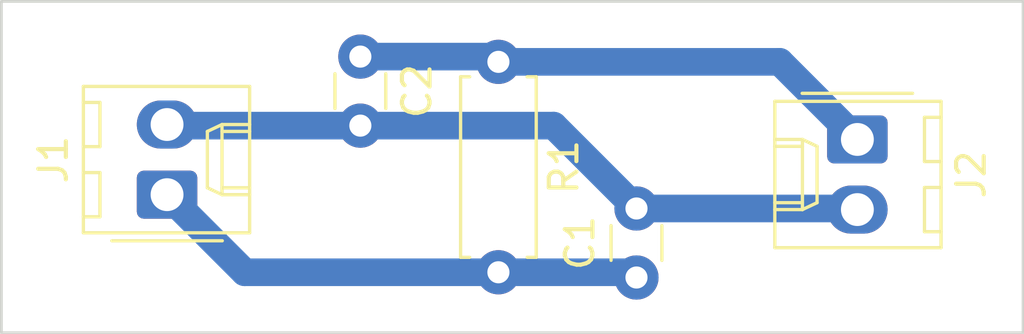
<source format=kicad_pcb>
(kicad_pcb (version 20211014) (generator pcbnew)
  (title_block (title "Filter A"))
  (layers (0 "F.Cu" signal) (31 "B.Cu" signal) (34 "B.Paste" user) (35 "F.Paste" user) (36 "B.SilkS" user "B.Silkscreen") (37 "F.SilkS" user "F.Silkscreen") (38 "B.Mask" user) (39 "F.Mask" user) (44 "Edge.Cuts" user))
  (net 0 "")
  (net 1 "GND")
  (net 2 "/Filter A/IN")
  (net 3 "/Filter A/OUT")
  (footprint "Capacitor_THT:C_Disc_D3.0mm_W1.6mm_P2.50mm" (layer "F.Cu") (at 113 80 90)
    (fp_text reference "C1" (at 1.25 -2.05 90) (layer "F.SilkS"))
    (fp_text value "100nF")
    (fp_line (start 0.621 -0.92) (end 1.879 -0.92) (layer "F.SilkS") (width 0.12))
    (fp_line (start 0.621 0.92) (end 1.879 0.92) (layer "F.SilkS") (width 0.12))
    (pad "1" thru_hole circle (at 0 0 90) (size 1.6 1.6) (drill 0.8) (layers *.Cu *.Mask) (net 2 "/Filter A/IN"))
    (pad "2" thru_hole circle (at 2.5 0 90) (size 1.6 1.6) (drill 0.8) (layers *.Cu *.Mask) (net 1 "GND"))
  )
  (footprint "Connector_Molex:Molex_KK-254_AE-6410-02A_1x02_P2.54mm_Vertical" (layer "F.Cu") (at 96 77 90)
    (fp_text reference "J1" (at 1.27 -4.12 90) (layer "F.SilkS"))
    (fp_text value "In")
    (fp_line (start 0.8 -2.43) (end 0.8 -3.03) (layer "F.SilkS") (width 0.12))
    (fp_line (start 3.92 -3.03) (end -1.38 -3.03) (layer "F.SilkS") (width 0.12))
    (fp_line (start 2.29 1.46) (end 2.54 1.99) (layer "F.SilkS") (width 0.12))
    (fp_line (start 1.74 -3.03) (end 1.74 -2.43) (layer "F.SilkS") (width 0.12))
    (fp_line (start 0 2.99) (end 0 1.99) (layer "F.SilkS") (width 0.12))
    (fp_line (start 2.29 2.99) (end 2.29 1.99) (layer "F.SilkS") (width 0.12))
    (fp_line (start 3.92 2.99) (end 3.92 -3.03) (layer "F.SilkS") (width 0.12))
    (fp_line (start 1.74 -2.43) (end 3.34 -2.43) (layer "F.SilkS") (width 0.12))
    (fp_line (start 0.25 1.46) (end 2.29 1.46) (layer "F.SilkS") (width 0.12))
    (fp_line (start -0.8 -2.43) (end 0.8 -2.43) (layer "F.SilkS") (width 0.12))
    (fp_line (start 3.34 -2.43) (end 3.34 -3.03) (layer "F.SilkS") (width 0.12))
    (fp_line (start -1.38 -3.03) (end -1.38 2.99) (layer "F.SilkS") (width 0.12))
    (fp_line (start -1.38 2.99) (end 3.92 2.99) (layer "F.SilkS") (width 0.12))
    (fp_line (start 0 1.99) (end 0.25 1.46) (layer "F.SilkS") (width 0.12))
    (fp_line (start 0.25 2.99) (end 0.25 1.99) (layer "F.SilkS") (width 0.12))
    (fp_line (start -1.67 -2) (end -1.67 2) (layer "F.SilkS") (width 0.12))
    (fp_line (start 0 1.99) (end 2.54 1.99) (layer "F.SilkS") (width 0.12))
    (fp_line (start -0.8 -3.03) (end -0.8 -2.43) (layer "F.SilkS") (width 0.12))
    (fp_line (start 2.54 1.99) (end 2.54 2.99) (layer "F.SilkS") (width 0.12))
    (pad "1" thru_hole roundrect (at 0 0 90) (size 1.74 2.19) (drill 1.19) (layers *.Cu *.Mask) (roundrect_rratio 0.143678) (net 2 "/Filter A/IN"))
    (pad "2" thru_hole oval (at 2.54 0 90) (size 1.74 2.19) (drill 1.19) (layers *.Cu *.Mask) (net 1 "GND"))
  )
  (footprint "Connector_Molex:Molex_KK-254_AE-6410-02A_1x02_P2.54mm_Vertical" (layer "F.Cu") (at 121 75 -90)
    (fp_text reference "J2" (at 1.27 -4.12 90) (layer "F.SilkS"))
    (fp_text value "Out")
    (fp_line (start 0.25 2.99) (end 0.25 1.99) (layer "F.SilkS") (width 0.12))
    (fp_line (start 2.54 1.99) (end 2.54 2.99) (layer "F.SilkS") (width 0.12))
    (fp_line (start 0.8 -2.43) (end 0.8 -3.03) (layer "F.SilkS") (width 0.12))
    (fp_line (start 3.34 -2.43) (end 3.34 -3.03) (layer "F.SilkS") (width 0.12))
    (fp_line (start -1.38 2.99) (end 3.92 2.99) (layer "F.SilkS") (width 0.12))
    (fp_line (start 1.74 -2.43) (end 3.34 -2.43) (layer "F.SilkS") (width 0.12))
    (fp_line (start -1.67 -2) (end -1.67 2) (layer "F.SilkS") (width 0.12))
    (fp_line (start 2.29 2.99) (end 2.29 1.99) (layer "F.SilkS") (width 0.12))
    (fp_line (start 2.29 1.46) (end 2.54 1.99) (layer "F.SilkS") (width 0.12))
    (fp_line (start 0 1.99) (end 0.25 1.46) (layer "F.SilkS") (width 0.12))
    (fp_line (start 0 2.99) (end 0 1.99) (layer "F.SilkS") (width 0.12))
    (fp_line (start 0 1.99) (end 2.54 1.99) (layer "F.SilkS") (width 0.12))
    (fp_line (start 3.92 -3.03) (end -1.38 -3.03) (layer "F.SilkS") (width 0.12))
    (fp_line (start 0.25 1.46) (end 2.29 1.46) (layer "F.SilkS") (width 0.12))
    (fp_line (start -0.8 -3.03) (end -0.8 -2.43) (layer "F.SilkS") (width 0.12))
    (fp_line (start -0.8 -2.43) (end 0.8 -2.43) (layer "F.SilkS") (width 0.12))
    (fp_line (start -1.38 -3.03) (end -1.38 2.99) (layer "F.SilkS") (width 0.12))
    (fp_line (start 3.92 2.99) (end 3.92 -3.03) (layer "F.SilkS") (width 0.12))
    (fp_line (start 1.74 -3.03) (end 1.74 -2.43) (layer "F.SilkS") (width 0.12))
    (pad "1" thru_hole roundrect (at 0 0 270) (size 1.74 2.19) (drill 1.19) (layers *.Cu *.Mask) (roundrect_rratio 0.143678) (net 3 "/Filter A/OUT"))
    (pad "2" thru_hole oval (at 2.54 0 270) (size 1.74 2.19) (drill 1.19) (layers *.Cu *.Mask) (net 1 "GND"))
  )
  (footprint "Capacitor_THT:C_Disc_D3.0mm_W1.6mm_P2.50mm" (layer "F.Cu") (at 103 72 -90)
    (fp_text reference "C2" (at 1.25 -2.05 90) (layer "F.SilkS"))
    (fp_text value "100nF")
    (fp_line (start 0.621 0.92) (end 1.879 0.92) (layer "F.SilkS") (width 0.12))
    (fp_line (start 0.621 -0.92) (end 1.879 -0.92) (layer "F.SilkS") (width 0.12))
    (pad "1" thru_hole circle (at 0 0 270) (size 1.6 1.6) (drill 0.8) (layers *.Cu *.Mask) (net 3 "/Filter A/OUT"))
    (pad "2" thru_hole circle (at 2.5 0 270) (size 1.6 1.6) (drill 0.8) (layers *.Cu *.Mask) (net 1 "GND"))
  )
  (footprint "Resistor_THT:R_Axial_DIN0207_L6.3mm_D2.5mm_P7.62mm_Horizontal" (layer "F.Cu") (at 108 72.19 -90)
    (fp_text reference "R1" (at 3.81 -2.37 90) (layer "F.SilkS"))
    (fp_text value "1k")
    (fp_line (start 0.54 -1.37) (end 7.08 -1.37) (layer "F.SilkS") (width 0.12))
    (fp_line (start 0.54 1.37) (end 7.08 1.37) (layer "F.SilkS") (width 0.12))
    (fp_line (start 7.08 -1.37) (end 7.08 -1.04) (layer "F.SilkS") (width 0.12))
    (fp_line (start 7.08 1.37) (end 7.08 1.04) (layer "F.SilkS") (width 0.12))
    (fp_line (start 0.54 -1.04) (end 0.54 -1.37) (layer "F.SilkS") (width 0.12))
    (fp_line (start 0.54 1.04) (end 0.54 1.37) (layer "F.SilkS") (width 0.12))
    (pad "1" thru_hole circle (at 0 0 270) (size 1.6 1.6) (drill 0.8) (layers *.Cu *.Mask) (net 3 "/Filter A/OUT"))
    (pad "2" thru_hole oval (at 7.62 0 270) (size 1.6 1.6) (drill 0.8) (layers *.Cu *.Mask) (net 2 "/Filter A/IN"))
  )
  (gr_rect (start 90 70) (end 127 82) (layer "Edge.Cuts") (width 0.1) (fill none))
  (segment (start 103 74.5) (end 96.04 74.5) (width 1) (layer "B.Cu") (net 1))
  (segment (start 110 74.5) (end 113 77.5) (width 1) (layer "B.Cu") (net 1))
  (segment (start 96.04 74.5) (end 96 74.46) (width 1) (layer "B.Cu") (net 1))
  (segment (start 103 74.5) (end 110 74.5) (width 1) (layer "B.Cu") (net 1))
  (segment (start 113 77.5) (end 120.96 77.5) (width 1) (layer "B.Cu") (net 1))
  (segment (start 120.96 77.5) (end 121 77.54) (width 0.25) (layer "B.Cu") (net 1))
  (segment (start 112.81 79.81) (end 113 80) (width 1) (layer "B.Cu") (net 2))
  (segment (start 98.81 79.81) (end 96 77) (width 1) (layer "B.Cu") (net 2))
  (segment (start 108 79.81) (end 112.81 79.81) (width 1) (layer "B.Cu") (net 2))
  (segment (start 108 79.81) (end 98.81 79.81) (width 1) (layer "B.Cu") (net 2))
  (segment (start 103 72) (end 107.81 72) (width 1) (layer "B.Cu") (net 3))
  (segment (start 108 72.19) (end 118.19 72.19) (width 1) (layer "B.Cu") (net 3))
  (segment (start 118.19 72.19) (end 121 75) (width 1) (layer "B.Cu") (net 3))
  (segment (start 107.81 72) (end 108 72.19) (width 0.25) (layer "B.Cu") (net 3))
)
</source>
